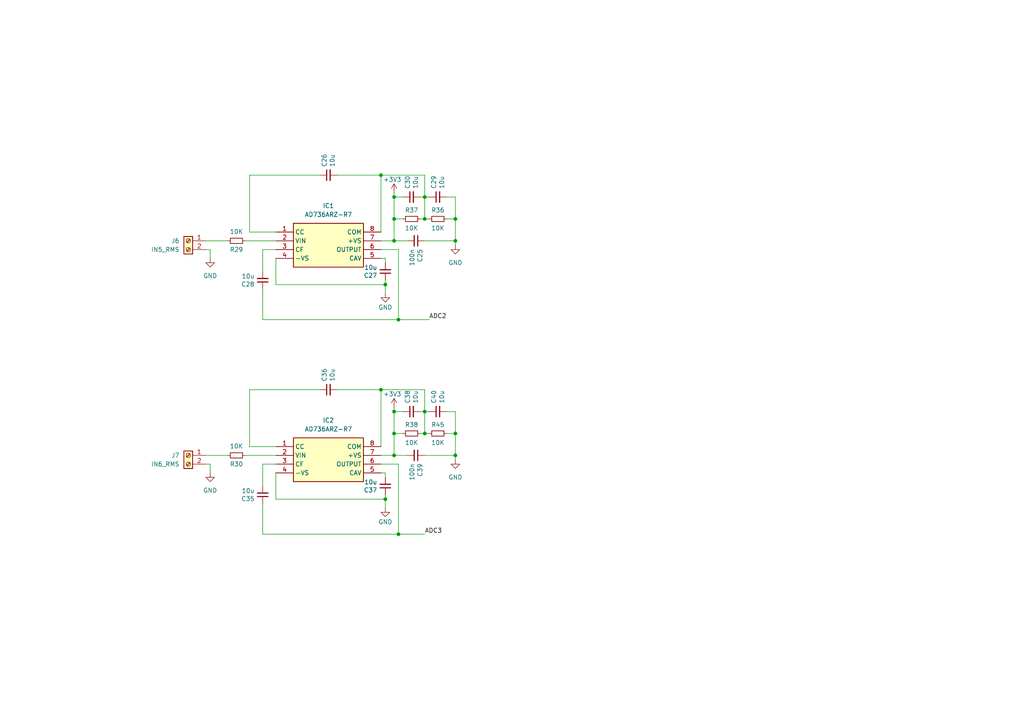
<source format=kicad_sch>
(kicad_sch (version 20250114) (generator "eeschema") (generator_version "9.0")
  (paper "A4")
  (lib_symbols
    (symbol "Connector:Screw_Terminal_01x02" (pin_names (offset 1.016) (hide yes))
      (property "Reference" "J" (at 0 2.54 0))
      (property "Value" "Screw_Terminal_01x02" (at 0 -5.08 0))
      (symbol "Screw_Terminal_01x02_1_1"
        (rectangle (start -1.27 1.27) (end 1.27 -3.81) (stroke (width 0.254)) (fill (type background)))
        (polyline (pts (xy -0.5334 0.3302) (xy 0.3302 -0.508)) (stroke (width 0.1524)))
        (polyline (pts (xy -0.5334 -2.2098) (xy 0.3302 -3.048)) (stroke (width 0.1524)))
        (polyline (pts (xy -0.3556 0.508) (xy 0.508 -0.3302)) (stroke (width 0.1524)))
        (polyline (pts (xy -0.3556 -2.032) (xy 0.508 -2.8702)) (stroke (width 0.1524)))
        (circle (center 0 0) (radius 0.635) (stroke (width 0.1524)))
        (circle (center 0 -2.54) (radius 0.635) (stroke (width 0.1524)))
        (pin passive line (at -5.08 0 0) (length 3.81) (name "Pin_1") (number "1"))
        (pin passive line (at -5.08 -2.54 0) (length 3.81) (name "Pin_2") (number "2"))
      )
    )
    (symbol "Device:C_Small" (pin_numbers (hide yes)) (pin_names (offset 0.254) (hide yes))
      (property "Reference" "C" (at 0.254 1.778 0))
      (property "Value" "C_Small" (at 0.254 -2.032 0))
      (symbol "C_Small_0_1"
        (polyline (pts (xy -1.524 0.508) (xy 1.524 0.508)) (stroke (width 0.3048)))
        (polyline (pts (xy -1.524 -0.508) (xy 1.524 -0.508)) (stroke (width 0.3302)))
      )
      (symbol "C_Small_1_1"
        (pin passive line (at 0 2.54 270) (length 2.032) (name "~") (number "1"))
        (pin passive line (at 0 -2.54 90) (length 2.032) (name "~") (number "2"))
      )
    )
    (symbol "Device:R_Small" (pin_numbers (hide yes)) (pin_names (offset 0.254) (hide yes))
      (property "Reference" "R" (at 0.762 0.508 0))
      (property "Value" "R_Small" (at 0.762 -1.016 0))
      (symbol "R_Small_0_1"
        (rectangle (start -0.762 1.778) (end 0.762 -1.778) (stroke (width 0.2032)))
      )
      (symbol "R_Small_1_1"
        (pin passive line (at 0 2.54 270) (length 0.762) (name "~") (number "1"))
        (pin passive line (at 0 -2.54 90) (length 0.762) (name "~") (number "2"))
      )
    )
    (symbol "Mega-BLDC-cache:+3.3V" (power) (pin_names (offset 0))
      (property "Value" "+3.3V" (at 0 3.556 0))
      (symbol "+3.3V_0_1"
        (polyline (pts (xy -0.762 1.27) (xy 0 2.54)))
        (polyline (pts (xy 0 2.54) (xy 0.762 1.27)))
        (polyline (pts (xy 0 0) (xy 0 2.54)))
      )
      (symbol "+3.3V_1_1"
        (pin power_in line (at 0 0 90) (length 0) (hide yes) (name "+3V3") (number "1"))
      )
    )
    (symbol "ad736:AD736ARZ-R7"
      (property "Reference" "IC" (at 26.67 7.62 0))
      (property "Value" "AD736ARZ-R7" (at 26.67 5.08 0))
      (symbol "AD736ARZ-R7_1_1"
        (rectangle (start 5.08 2.54) (end 25.4 -10.16) (stroke (width 0.254)) (fill (type background)))
        (pin passive line (at 0 0 0) (length 5.08) (name "CC") (number "1"))
        (pin passive line (at 0 -2.54 0) (length 5.08) (name "VIN") (number "2"))
        (pin passive line (at 0 -5.08 0) (length 5.08) (name "CF") (number "3"))
        (pin passive line (at 0 -7.62 0) (length 5.08) (name "-VS") (number "4"))
        (pin passive line (at 30.48 0 180) (length 5.08) (name "COM") (number "8"))
        (pin passive line (at 30.48 -2.54 180) (length 5.08) (name "+VS") (number "7"))
        (pin passive line (at 30.48 -5.08 180) (length 5.08) (name "OUTPUT") (number "6"))
        (pin passive line (at 30.48 -7.62 180) (length 5.08) (name "CAV") (number "5"))
      )
    )
    (symbol "power:GND" (power) (pin_names (offset 0))
      (property "Value" "GND" (at 0 -3.81 0))
      (symbol "GND_0_1"
        (polyline (pts (xy 0 0) (xy 0 -1.27) (xy 1.27 -1.27) (xy 0 -2.54) (xy -1.27 -1.27) (xy 0 -1.27)))
      )
      (symbol "GND_1_1"
        (pin power_in line (at 0 0 270) (length 0) (hide yes) (name "GND") (number "1"))
      )
    )
  )
  (junction (at 114.3 119.38))
  (junction (at 132.08 125.73))
  (junction (at 114.3 63.5))
  (junction (at 123.19 119.38))
  (junction (at 111.76 82.55))
  (junction (at 132.08 69.85))
  (junction (at 115.57 154.94))
  (junction (at 110.49 50.8))
  (junction (at 114.3 132.08))
  (junction (at 132.08 63.5))
  (junction (at 132.08 132.08))
  (junction (at 123.19 57.15))
  (junction (at 110.49 113.03))
  (junction (at 111.76 144.78))
  (junction (at 114.3 125.73))
  (junction (at 123.19 125.73))
  (junction (at 115.57 92.71))
  (junction (at 114.3 69.85))
  (junction (at 123.19 63.5))
  (junction (at 114.3 57.15))
  (wire (pts (xy 132.08 63.5) (xy 129.54 63.5)))
  (wire (pts (xy 111.76 74.93) (xy 110.49 74.93)))
  (wire (pts (xy 71.12 69.85) (xy 80.01 69.85)))
  (wire (pts (xy 114.3 63.5) (xy 114.3 69.85)))
  (wire (pts (xy 114.3 132.08) (xy 118.11 132.08)))
  (wire (pts (xy 76.2 134.62) (xy 80.01 134.62)))
  (wire (pts (xy 72.39 50.8) (xy 72.39 67.31)))
  (wire (pts (xy 114.3 63.5) (xy 116.84 63.5)))
  (wire (pts (xy 59.69 132.08) (xy 66.04 132.08)))
  (wire (pts (xy 72.39 50.8) (xy 92.71 50.8)))
  (wire (pts (xy 114.3 119.38) (xy 114.3 125.73)))
  (wire (pts (xy 71.12 132.08) (xy 80.01 132.08)))
  (wire (pts (xy 110.49 50.8) (xy 110.49 67.31)))
  (wire (pts (xy 115.57 154.94) (xy 115.57 134.62)))
  (wire (pts (xy 111.76 144.78) (xy 111.76 143.51)))
  (wire (pts (xy 111.76 137.16) (xy 110.49 137.16)))
  (wire (pts (xy 132.08 125.73) (xy 132.08 132.08)))
  (wire (pts (xy 80.01 144.78) (xy 80.01 137.16)))
  (wire (pts (xy 123.19 57.15) (xy 123.19 63.5)))
  (wire (pts (xy 110.49 113.03) (xy 110.49 129.54)))
  (wire (pts (xy 76.2 83.82) (xy 76.2 92.71)))
  (wire (pts (xy 123.19 119.38) (xy 124.46 119.38)))
  (wire (pts (xy 111.76 76.2) (xy 111.76 74.93)))
  (wire (pts (xy 129.54 57.15) (xy 132.08 57.15)))
  (wire (pts (xy 115.57 134.62) (xy 110.49 134.62)))
  (wire (pts (xy 121.92 125.73) (xy 123.19 125.73)))
  (wire (pts (xy 110.49 113.03) (xy 123.19 113.03)))
  (wire (pts (xy 114.3 118.11) (xy 114.3 119.38)))
  (wire (pts (xy 121.92 119.38) (xy 123.19 119.38)))
  (wire (pts (xy 123.19 63.5) (xy 124.46 63.5)))
  (wire (pts (xy 132.08 57.15) (xy 132.08 63.5)))
  (wire (pts (xy 132.08 63.5) (xy 132.08 69.85)))
  (wire (pts (xy 114.3 119.38) (xy 116.84 119.38)))
  (wire (pts (xy 59.69 72.39) (xy 60.96 72.39)))
  (wire (pts (xy 123.19 119.38) (xy 123.19 125.73)))
  (wire (pts (xy 60.96 134.62) (xy 60.96 137.16)))
  (wire (pts (xy 115.57 92.71) (xy 115.57 72.39)))
  (wire (pts (xy 114.3 55.88) (xy 114.3 57.15)))
  (wire (pts (xy 76.2 72.39) (xy 80.01 72.39)))
  (wire (pts (xy 129.54 119.38) (xy 132.08 119.38)))
  (wire (pts (xy 123.19 57.15) (xy 124.46 57.15)))
  (wire (pts (xy 80.01 82.55) (xy 111.76 82.55)))
  (wire (pts (xy 110.49 132.08) (xy 114.3 132.08)))
  (wire (pts (xy 132.08 133.35) (xy 132.08 132.08)))
  (wire (pts (xy 80.01 144.78) (xy 111.76 144.78)))
  (wire (pts (xy 80.01 82.55) (xy 80.01 74.93)))
  (wire (pts (xy 72.39 113.03) (xy 72.39 129.54)))
  (wire (pts (xy 121.92 63.5) (xy 123.19 63.5)))
  (wire (pts (xy 115.57 154.94) (xy 123.19 154.94)))
  (wire (pts (xy 123.19 69.85) (xy 132.08 69.85)))
  (wire (pts (xy 132.08 71.12) (xy 132.08 69.85)))
  (wire (pts (xy 60.96 72.39) (xy 60.96 74.93)))
  (wire (pts (xy 115.57 72.39) (xy 110.49 72.39)))
  (wire (pts (xy 123.19 113.03) (xy 123.19 119.38)))
  (wire (pts (xy 72.39 113.03) (xy 92.71 113.03)))
  (wire (pts (xy 97.79 113.03) (xy 110.49 113.03)))
  (wire (pts (xy 132.08 119.38) (xy 132.08 125.73)))
  (wire (pts (xy 114.3 125.73) (xy 114.3 132.08)))
  (wire (pts (xy 76.2 154.94) (xy 115.57 154.94)))
  (wire (pts (xy 76.2 92.71) (xy 115.57 92.71)))
  (wire (pts (xy 97.79 50.8) (xy 110.49 50.8)))
  (wire (pts (xy 111.76 144.78) (xy 111.76 147.32)))
  (wire (pts (xy 132.08 125.73) (xy 129.54 125.73)))
  (wire (pts (xy 123.19 125.73) (xy 124.46 125.73)))
  (wire (pts (xy 76.2 146.05) (xy 76.2 154.94)))
  (wire (pts (xy 59.69 134.62) (xy 60.96 134.62)))
  (wire (pts (xy 111.76 82.55) (xy 111.76 81.28)))
  (wire (pts (xy 114.3 57.15) (xy 114.3 63.5)))
  (wire (pts (xy 76.2 134.62) (xy 76.2 140.97)))
  (wire (pts (xy 76.2 72.39) (xy 76.2 78.74)))
  (wire (pts (xy 72.39 129.54) (xy 80.01 129.54)))
  (wire (pts (xy 114.3 69.85) (xy 118.11 69.85)))
  (wire (pts (xy 123.19 132.08) (xy 132.08 132.08)))
  (wire (pts (xy 114.3 57.15) (xy 116.84 57.15)))
  (wire (pts (xy 121.92 57.15) (xy 123.19 57.15)))
  (wire (pts (xy 110.49 69.85) (xy 114.3 69.85)))
  (wire (pts (xy 59.69 69.85) (xy 66.04 69.85)))
  (wire (pts (xy 110.49 50.8) (xy 123.19 50.8)))
  (wire (pts (xy 123.19 50.8) (xy 123.19 57.15)))
  (wire (pts (xy 111.76 138.43) (xy 111.76 137.16)))
  (wire (pts (xy 114.3 125.73) (xy 116.84 125.73)))
  (wire (pts (xy 111.76 82.55) (xy 111.76 85.09)))
  (wire (pts (xy 115.57 92.71) (xy 124.46 92.71)))
  (wire (pts (xy 72.39 67.31) (xy 80.01 67.31)))
  (label "ADC2" (at 124.46 92.71 0))
  (label "ADC3" (at 123.19 154.94 0))
  (symbol (lib_id "power:GND") (at 111.76 85.09 0) (unit 1)
    (property "Reference" "#PWR013" (effects (hide yes)))
    (property "Value" "GND" (at 111.76 89.154 0))
    (property "Description" "Power symbol creates a global label with name \"GND\" , ground" (effects (hide yes)))
  )
  (symbol (lib_id "Device:C_Small") (at 76.2 143.51 180) (unit 1)
    (property "Reference" "C35" (at 73.8632 144.6784 0) (effects (justify left)))
    (property "Value" "10u" (at 73.8632 142.367 0) (effects (justify left)))
    (property "Footprint" "Capacitor_SMD:C_0805_2012Metric" (effects (hide yes)))
  )
  (symbol (lib_id "Mega-BLDC-cache:+3.3V") (at 114.3 118.11 0) (unit 1)
    (property "Reference" "#PWR030" (effects (hide yes)))
    (property "Value" "+3V3" (at 113.792 114.3 0))
  )
  (symbol (lib_id "Device:R_Small") (at 68.58 132.08 270) (unit 1)
    (property "Reference" "R30" (at 68.58 134.62 90))
    (property "Value" "10K" (at 68.58 129.413 90))
    (property "Footprint" "Resistor_SMD:R_0603_1608Metric" (effects (hide yes)))
  )
  (symbol (lib_id "Device:C_Small") (at 111.76 140.97 180) (unit 1)
    (property "Reference" "C37" (at 109.4232 142.1384 0) (effects (justify left)))
    (property "Value" "10u" (at 109.4232 139.827 0) (effects (justify left)))
    (property "Footprint" "Capacitor_SMD:C_0805_2012Metric" (effects (hide yes)))
  )
  (symbol (lib_id "Device:C_Small") (at 119.38 119.38 90) (unit 1)
    (property "Reference" "C38" (at 118.2116 117.0432 0) (effects (justify left)))
    (property "Value" "10u" (at 120.523 117.0432 0) (effects (justify left)))
    (property "Footprint" "Capacitor_SMD:C_0805_2012Metric" (effects (hide yes)))
  )
  (symbol (lib_id "Device:C_Small") (at 95.25 50.8 90) (unit 1)
    (property "Reference" "C26" (at 94.0816 48.4632 0) (effects (justify left)))
    (property "Value" "10u" (at 96.393 48.4632 0) (effects (justify left)))
    (property "Footprint" "Capacitor_SMD:C_0805_2012Metric" (effects (hide yes)))
  )
  (symbol (lib_id "Device:C_Small") (at 120.65 69.85 270) (unit 1)
    (property "Reference" "C25" (at 121.8184 72.1868 0) (effects (justify left)))
    (property "Value" "100n" (at 119.507 72.1868 0) (effects (justify left)))
    (property "Footprint" "Capacitor_SMD:C_0603_1608Metric" (effects (hide yes)))
  )
  (symbol (lib_id "ad736:AD736ARZ-R7") (at 80.01 67.31 0) (unit 1)
    (property "Reference" "IC1" (at 95.25 59.69 0))
    (property "Value" "AD736ARZ-R7" (at 95.25 62.23 0))
    (property "Footprint" "Package_SO:SOIC-8-1EP_3.9x4.9mm_P1.27mm_EP2.62x3.51mm" (effects (hide yes)))
    (property "Datasheet" "https://www.arrow.com/en/products/ad736arz-r7/analog-devices" (effects (hide yes)))
    (property "Description" "RMS to DC Converter 12V 200000uA 190kHz/460kHz 8-Pin SOIC N T/R" (effects (hide yes)))
    (property "Height" "1.75" (effects (hide yes)))
    (property "Mouser Part Number" "584-AD736ARZ-R7" (effects (hide yes)))
    (property "Mouser Price/Stock" "https://www.mouser.co.uk/ProductDetail/Analog-Devices/AD736ARZ-R7?qs=NmRFExCfTkH%252ByeAiDyNnvA%3D%3D" (effects (hide yes)))
    (property "Manufacturer_Name" "Analog Devices" (effects (hide yes)))
    (property "Manufacturer_Part_Number" "AD736ARZ-R7" (effects (hide yes)))
  )
  (symbol (lib_id "Mega-BLDC-cache:+3.3V") (at 114.3 55.88 0) (unit 1)
    (property "Reference" "#PWR018" (effects (hide yes)))
    (property "Value" "+3V3" (at 113.792 52.07 0))
  )
  (symbol (lib_id "Device:R_Small") (at 119.38 63.5 90) (unit 1)
    (property "Reference" "R37" (at 119.38 60.96 90))
    (property "Value" "10K" (at 119.38 66.167 90))
    (property "Footprint" "Resistor_SMD:R_0603_1608Metric" (effects (hide yes)))
  )
  (symbol (lib_id "Device:R_Small") (at 119.38 125.73 90) (unit 1)
    (property "Reference" "R38" (at 119.38 123.19 90))
    (property "Value" "10K" (at 119.38 128.397 90))
    (property "Footprint" "Resistor_SMD:R_0603_1608Metric" (effects (hide yes)))
  )
  (symbol (lib_id "Device:C_Small") (at 120.65 132.08 270) (unit 1)
    (property "Reference" "C39" (at 121.8184 134.4168 0) (effects (justify left)))
    (property "Value" "100n" (at 119.507 134.4168 0) (effects (justify left)))
    (property "Footprint" "Capacitor_SMD:C_0603_1608Metric" (effects (hide yes)))
  )
  (symbol (lib_id "power:GND") (at 111.76 147.32 0) (unit 1)
    (property "Reference" "#PWR029" (effects (hide yes)))
    (property "Value" "GND" (at 111.76 151.384 0))
    (property "Description" "Power symbol creates a global label with name \"GND\" , ground" (effects (hide yes)))
  )
  (symbol (lib_id "power:GND") (at 132.08 133.35 0) (unit 1)
    (property "Reference" "#PWR031" (effects (hide yes)))
    (property "Value" "GND" (at 132.08 138.43 0))
    (property "Description" "Power symbol creates a global label with name \"GND\" , ground" (effects (hide yes)))
  )
  (symbol (lib_id "Device:C_Small") (at 95.25 113.03 90) (unit 1)
    (property "Reference" "C36" (at 94.0816 110.6932 0) (effects (justify left)))
    (property "Value" "10u" (at 96.393 110.6932 0) (effects (justify left)))
    (property "Footprint" "Capacitor_SMD:C_0805_2012Metric" (effects (hide yes)))
  )
  (symbol (lib_id "ad736:AD736ARZ-R7") (at 80.01 129.54 0) (unit 1)
    (property "Reference" "IC2" (at 95.25 121.92 0))
    (property "Value" "AD736ARZ-R7" (at 95.25 124.46 0))
    (property "Footprint" "Package_SO:SOIC-8-1EP_3.9x4.9mm_P1.27mm_EP2.62x3.51mm" (effects (hide yes)))
    (property "Datasheet" "https://www.arrow.com/en/products/ad736arz-r7/analog-devices" (effects (hide yes)))
    (property "Description" "RMS to DC Converter 12V 200000uA 190kHz/460kHz 8-Pin SOIC N T/R" (effects (hide yes)))
    (property "Height" "1.75" (effects (hide yes)))
    (property "Mouser Part Number" "584-AD736ARZ-R7" (effects (hide yes)))
    (property "Mouser Price/Stock" "https://www.mouser.co.uk/ProductDetail/Analog-Devices/AD736ARZ-R7?qs=NmRFExCfTkH%252ByeAiDyNnvA%3D%3D" (effects (hide yes)))
    (property "Manufacturer_Name" "Analog Devices" (effects (hide yes)))
    (property "Manufacturer_Part_Number" "AD736ARZ-R7" (effects (hide yes)))
  )
  (symbol (lib_id "Device:C_Small") (at 76.2 81.28 180) (unit 1)
    (property "Reference" "C28" (at 73.8632 82.4484 0) (effects (justify left)))
    (property "Value" "10u" (at 73.8632 80.137 0) (effects (justify left)))
    (property "Footprint" "Capacitor_SMD:C_0805_2012Metric" (effects (hide yes)))
  )
  (symbol (lib_id "power:GND") (at 132.08 71.12 0) (unit 1)
    (property "Reference" "#PWR015" (effects (hide yes)))
    (property "Value" "GND" (at 132.08 76.2 0))
    (property "Description" "Power symbol creates a global label with name \"GND\" , ground" (effects (hide yes)))
  )
  (symbol (lib_id "Device:C_Small") (at 119.38 57.15 90) (unit 1)
    (property "Reference" "C30" (at 118.2116 54.8132 0) (effects (justify left)))
    (property "Value" "10u" (at 120.523 54.8132 0) (effects (justify left)))
    (property "Footprint" "Capacitor_SMD:C_0805_2012Metric" (effects (hide yes)))
  )
  (symbol (lib_id "Connector:Screw_Terminal_01x02") (at 54.61 69.85 0) (mirror y) (unit 1)
    (property "Reference" "J6" (at 52.07 69.8499 0) (effects (justify left)))
    (property "Value" "IN5_RMS" (at 52.07 72.3899 0) (effects (justify left)))
    (property "Footprint" "Connector_Phoenix_SPT:PhoenixContact_SPT_2.5_2-H-5.0_1x02_P5.0mm_Horizontal" (effects (hide yes)))
    (property "Description" "Generic screw terminal, single row, 01x02, script generated (kicad-library-utils/schlib/autogen/connector/)" (effects (hide yes)))
  )
  (symbol (lib_id "Device:C_Small") (at 127 57.15 90) (unit 1)
    (property "Reference" "C29" (at 125.8316 54.8132 0) (effects (justify left)))
    (property "Value" "10u" (at 128.143 54.8132 0) (effects (justify left)))
    (property "Footprint" "Capacitor_SMD:C_0805_2012Metric" (effects (hide yes)))
  )
  (symbol (lib_id "power:GND") (at 60.96 137.16 0) (unit 1)
    (property "Reference" "#PWR028" (effects (hide yes)))
    (property "Value" "GND" (at 60.96 142.24 0))
    (property "Description" "Power symbol creates a global label with name \"GND\" , ground" (effects (hide yes)))
  )
  (symbol (lib_id "Device:C_Small") (at 111.76 78.74 180) (unit 1)
    (property "Reference" "C27" (at 109.4232 79.9084 0) (effects (justify left)))
    (property "Value" "10u" (at 109.4232 77.597 0) (effects (justify left)))
    (property "Footprint" "Capacitor_SMD:C_0805_2012Metric" (effects (hide yes)))
  )
  (symbol (lib_id "Device:C_Small") (at 127 119.38 90) (unit 1)
    (property "Reference" "C40" (at 125.8316 117.0432 0) (effects (justify left)))
    (property "Value" "10u" (at 128.143 117.0432 0) (effects (justify left)))
    (property "Footprint" "Capacitor_SMD:C_0805_2012Metric" (effects (hide yes)))
  )
  (symbol (lib_id "Device:R_Small") (at 127 125.73 90) (unit 1)
    (property "Reference" "R45" (at 127 123.19 90))
    (property "Value" "10K" (at 127 128.397 90))
    (property "Footprint" "Resistor_SMD:R_0603_1608Metric" (effects (hide yes)))
  )
  (symbol (lib_id "Device:R_Small") (at 127 63.5 90) (unit 1)
    (property "Reference" "R36" (at 127 60.96 90))
    (property "Value" "10K" (at 127 66.167 90))
    (property "Footprint" "Resistor_SMD:R_0603_1608Metric" (effects (hide yes)))
  )
  (symbol (lib_id "Device:R_Small") (at 68.58 69.85 270) (unit 1)
    (property "Reference" "R29" (at 68.58 72.39 90))
    (property "Value" "10K" (at 68.58 67.183 90))
    (property "Footprint" "Resistor_SMD:R_0603_1608Metric" (effects (hide yes)))
  )
  (symbol (lib_id "Connector:Screw_Terminal_01x02") (at 54.61 132.08 0) (mirror y) (unit 1)
    (property "Reference" "J7" (at 52.07 132.0799 0) (effects (justify left)))
    (property "Value" "IN6_RMS" (at 52.07 134.6199 0) (effects (justify left)))
    (property "Footprint" "Connector_Phoenix_SPT:PhoenixContact_SPT_2.5_2-H-5.0_1x02_P5.0mm_Horizontal" (effects (hide yes)))
    (property "Description" "Generic screw terminal, single row, 01x02, script generated (kicad-library-utils/schlib/autogen/connector/)" (effects (hide yes)))
  )
  (symbol (lib_id "power:GND") (at 60.96 74.93 0) (unit 1)
    (property "Reference" "#PWR012" (effects (hide yes)))
    (property "Value" "GND" (at 60.96 80.01 0))
    (property "Description" "Power symbol creates a global label with name \"GND\" , ground" (effects (hide yes)))
  )
)
</source>
